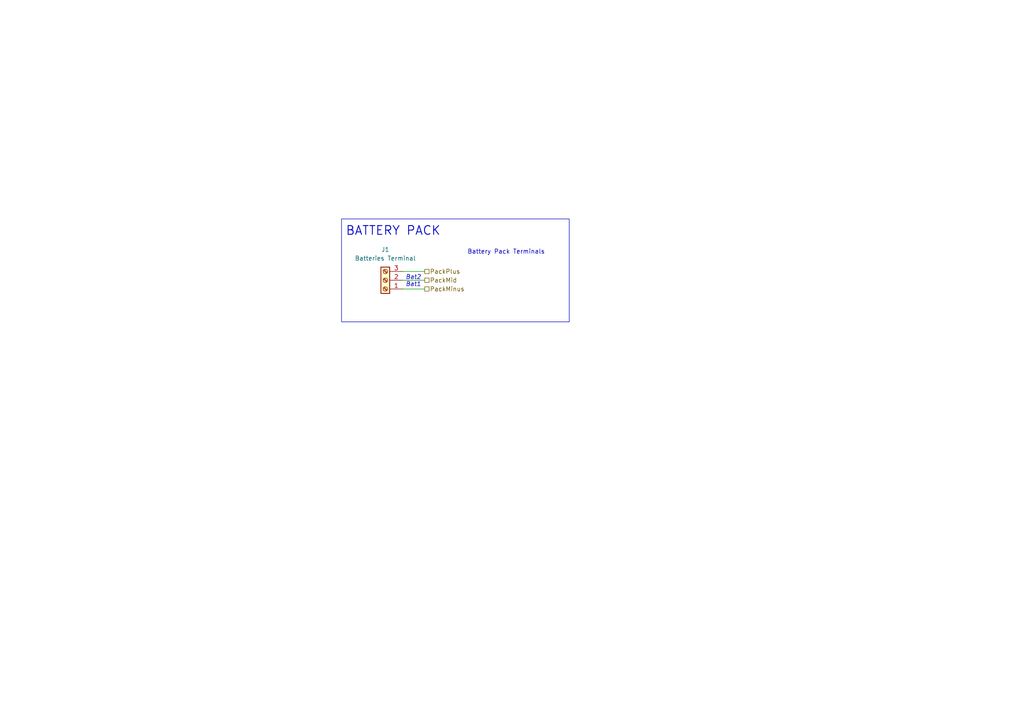
<source format=kicad_sch>
(kicad_sch (version 20250114) (generator "eeschema") (generator_version "9.0")
  (paper "A4")
  (title_block (title "GarBox") (date "2025-08-07") (rev "1"))
  (lib_symbols
    (symbol "Connector:Screw_Terminal_01x03" (pin_names (offset 1.016) (hide yes))
      (property "Reference" "J" (at 0 5.08 0))
      (property "Value" "Screw_Terminal_01x03" (at 0 -5.08 0))
      (symbol "Screw_Terminal_01x03_1_1"
        (rectangle (start -1.27 3.81) (end 1.27 -3.81) (stroke (width 0.254)) (fill (type background)))
        (polyline (pts (xy -0.5334 2.8702) (xy 0.3302 2.032)) (stroke (width 0.1524)))
        (polyline (pts (xy -0.5334 0.3302) (xy 0.3302 -0.508)) (stroke (width 0.1524)))
        (polyline (pts (xy -0.5334 -2.2098) (xy 0.3302 -3.048)) (stroke (width 0.1524)))
        (polyline (pts (xy -0.3556 3.048) (xy 0.508 2.2098)) (stroke (width 0.1524)))
        (polyline (pts (xy -0.3556 0.508) (xy 0.508 -0.3302)) (stroke (width 0.1524)))
        (polyline (pts (xy -0.3556 -2.032) (xy 0.508 -2.8702)) (stroke (width 0.1524)))
        (circle (center 0 2.54) (radius 0.635) (stroke (width 0.1524)))
        (circle (center 0 0) (radius 0.635) (stroke (width 0.1524)))
        (circle (center 0 -2.54) (radius 0.635) (stroke (width 0.1524)))
        (pin passive line (at -5.08 2.54 0) (length 3.81) (name "Pin_1") (number "1"))
        (pin passive line (at -5.08 0 0) (length 3.81) (name "Pin_2") (number "2"))
        (pin passive line (at -5.08 -2.54 0) (length 3.81) (name "Pin_3") (number "3"))
      )
    )
  )
  (rectangle (start 99.06 63.5) (end 165.1 93.345))
  (text "Battery Pack Terminals\n" (at 146.812 73.152 0) (effects (font (size 1.27 1.27))))
  (text "BATTERY PACK" (at 114.046 67.056 0) (effects (font (size 2.54 2.54) (thickness 0.254) (bold yes))))
  (text "Bat2\nBat1" (at 119.888 81.534 0) (effects (font (size 1.27 1.27) (italic yes))))
  (wire (pts (xy 116.84 78.74) (xy 123.19 78.74)))
  (wire (pts (xy 116.84 83.82) (xy 123.19 83.82)))
  (wire (pts (xy 116.84 81.28) (xy 123.19 81.28)))
  (hierarchical_label "PackMid" (shape passive) (at 123.19 81.28 0))
  (hierarchical_label "PackPlus" (shape passive) (at 123.19 78.74 0))
  (hierarchical_label "PackMinus" (shape passive) (at 123.19 83.82 0))
  (symbol (lib_id "Connector:Screw_Terminal_01x03") (at 111.76 81.28 180) (unit 1)
    (property "Reference" "J1" (at 111.76 72.39 0))
    (property "Value" "Batteries Terminal" (at 111.76 74.93 0))
    (property "Footprint" "TerminalBlock:TerminalBlock_bornier-3_P5.08mm" (effects (hide yes)))
    (property "Description" "Generic screw terminal, single row, 01x03, script generated (kicad-library-utils/schlib/autogen/connector/)" (effects (hide yes)))
  )
)
</source>
